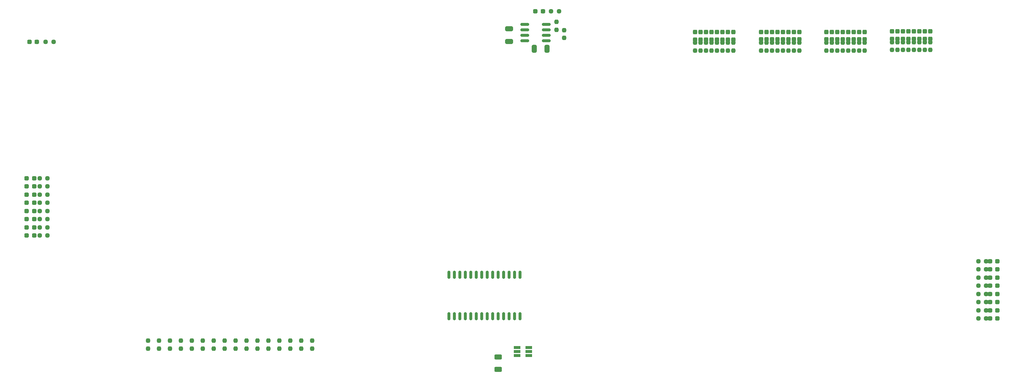
<source format=gbr>
%TF.GenerationSoftware,KiCad,Pcbnew,7.0.5*%
%TF.CreationDate,2024-08-20T05:02:14-04:00*%
%TF.ProjectId,processor_attempt_1,70726f63-6573-4736-9f72-5f617474656d,rev?*%
%TF.SameCoordinates,Original*%
%TF.FileFunction,Paste,Top*%
%TF.FilePolarity,Positive*%
%FSLAX46Y46*%
G04 Gerber Fmt 4.6, Leading zero omitted, Abs format (unit mm)*
G04 Created by KiCad (PCBNEW 7.0.5) date 2024-08-20 05:02:14*
%MOMM*%
%LPD*%
G01*
G04 APERTURE LIST*
G04 Aperture macros list*
%AMRoundRect*
0 Rectangle with rounded corners*
0 $1 Rounding radius*
0 $2 $3 $4 $5 $6 $7 $8 $9 X,Y pos of 4 corners*
0 Add a 4 corners polygon primitive as box body*
4,1,4,$2,$3,$4,$5,$6,$7,$8,$9,$2,$3,0*
0 Add four circle primitives for the rounded corners*
1,1,$1+$1,$2,$3*
1,1,$1+$1,$4,$5*
1,1,$1+$1,$6,$7*
1,1,$1+$1,$8,$9*
0 Add four rect primitives between the rounded corners*
20,1,$1+$1,$2,$3,$4,$5,0*
20,1,$1+$1,$4,$5,$6,$7,0*
20,1,$1+$1,$6,$7,$8,$9,0*
20,1,$1+$1,$8,$9,$2,$3,0*%
G04 Aperture macros list end*
%ADD10RoundRect,0.237500X-0.250000X-0.237500X0.250000X-0.237500X0.250000X0.237500X-0.250000X0.237500X0*%
%ADD11RoundRect,0.237500X-0.287500X-0.237500X0.287500X-0.237500X0.287500X0.237500X-0.287500X0.237500X0*%
%ADD12RoundRect,0.150000X-0.825000X-0.150000X0.825000X-0.150000X0.825000X0.150000X-0.825000X0.150000X0*%
%ADD13RoundRect,0.250000X0.625000X-0.312500X0.625000X0.312500X-0.625000X0.312500X-0.625000X-0.312500X0*%
%ADD14RoundRect,0.237500X-0.237500X0.250000X-0.237500X-0.250000X0.237500X-0.250000X0.237500X0.250000X0*%
%ADD15RoundRect,0.237500X-0.237500X0.287500X-0.237500X-0.287500X0.237500X-0.287500X0.237500X0.287500X0*%
%ADD16RoundRect,0.250000X-0.650000X0.325000X-0.650000X-0.325000X0.650000X-0.325000X0.650000X0.325000X0*%
%ADD17RoundRect,0.237500X0.250000X0.237500X-0.250000X0.237500X-0.250000X-0.237500X0.250000X-0.237500X0*%
%ADD18RoundRect,0.237500X0.237500X-0.250000X0.237500X0.250000X-0.237500X0.250000X-0.237500X-0.250000X0*%
%ADD19RoundRect,0.237500X0.287500X0.237500X-0.287500X0.237500X-0.287500X-0.237500X0.287500X-0.237500X0*%
%ADD20RoundRect,0.150000X0.150000X-0.750000X0.150000X0.750000X-0.150000X0.750000X-0.150000X-0.750000X0*%
%ADD21R,1.560000X0.650000*%
%ADD22RoundRect,0.250000X0.325000X0.650000X-0.325000X0.650000X-0.325000X-0.650000X0.325000X-0.650000X0*%
G04 APERTURE END LIST*
D10*
%TO.C,r140*%
X146915500Y-25908000D03*
X148740500Y-25908000D03*
%TD*%
D11*
%TO.C,D82*%
X143270000Y-25908000D03*
X145020000Y-25908000D03*
%TD*%
D12*
%TO.C,U1*%
X140843000Y-28956000D03*
X140843000Y-30226000D03*
X140843000Y-31496000D03*
X140843000Y-32766000D03*
X145793000Y-32766000D03*
X145793000Y-31496000D03*
X145793000Y-30226000D03*
X145793000Y-28956000D03*
%TD*%
D13*
%TO.C,5V_rsns1*%
X134620000Y-109285500D03*
X134620000Y-106360500D03*
%TD*%
D10*
%TO.C,r77*%
X28170500Y-68580000D03*
X29995500Y-68580000D03*
%TD*%
D14*
%TO.C,r107*%
X219710000Y-33250500D03*
X219710000Y-35075500D03*
%TD*%
D11*
%TO.C,D29*%
X25160000Y-72390000D03*
X26910000Y-72390000D03*
%TD*%
%TO.C,D26*%
X25160000Y-66675000D03*
X26910000Y-66675000D03*
%TD*%
D15*
%TO.C,D69*%
X200787000Y-32498000D03*
X200787000Y-30748000D03*
%TD*%
D14*
%TO.C,r108*%
X218440000Y-33250500D03*
X218440000Y-35075500D03*
%TD*%
D15*
%TO.C,D51*%
X217170000Y-32498000D03*
X217170000Y-30748000D03*
%TD*%
%TO.C,D70*%
X202057000Y-32498000D03*
X202057000Y-30748000D03*
%TD*%
D16*
%TO.C,C2*%
X137160000Y-32971000D03*
X137160000Y-30021000D03*
%TD*%
D15*
%TO.C,D66*%
X196977000Y-32498000D03*
X196977000Y-30748000D03*
%TD*%
D10*
%TO.C,r75*%
X28170500Y-64770000D03*
X29995500Y-64770000D03*
%TD*%
D14*
%TO.C,r118*%
X231140000Y-34948500D03*
X231140000Y-33123500D03*
%TD*%
%TO.C,r123*%
X195707000Y-35075500D03*
X195707000Y-33250500D03*
%TD*%
D15*
%TO.C,D71*%
X203327000Y-32498000D03*
X203327000Y-30748000D03*
%TD*%
D17*
%TO.C,r88*%
X247927500Y-93599000D03*
X246102500Y-93599000D03*
%TD*%
D14*
%TO.C,r122*%
X226060000Y-34948500D03*
X226060000Y-33123500D03*
%TD*%
%TO.C,r138*%
X189230000Y-35076948D03*
X189230000Y-33251948D03*
%TD*%
D18*
%TO.C,R13*%
X73660000Y-104417500D03*
X73660000Y-102592500D03*
%TD*%
D15*
%TO.C,D57*%
X234950000Y-32371000D03*
X234950000Y-30621000D03*
%TD*%
%TO.C,D65*%
X195707000Y-32498000D03*
X195707000Y-30748000D03*
%TD*%
%TO.C,D59*%
X232410000Y-32371000D03*
X232410000Y-30621000D03*
%TD*%
D14*
%TO.C,r121*%
X227330000Y-34948500D03*
X227330000Y-33123500D03*
%TD*%
D18*
%TO.C,R11*%
X78740000Y-104417500D03*
X78740000Y-102592500D03*
%TD*%
D19*
%TO.C,D40*%
X250557000Y-97409000D03*
X248807000Y-97409000D03*
%TD*%
D18*
%TO.C,R19*%
X68580000Y-104417500D03*
X68580000Y-102592500D03*
%TD*%
D15*
%TO.C,D77*%
X185420000Y-32499448D03*
X185420000Y-30749448D03*
%TD*%
%TO.C,D79*%
X187960000Y-32499448D03*
X187960000Y-30749448D03*
%TD*%
D18*
%TO.C,R20*%
X71120000Y-104417500D03*
X71120000Y-102592500D03*
%TD*%
D11*
%TO.C,D27*%
X25160000Y-68580000D03*
X26910000Y-68580000D03*
%TD*%
D19*
%TO.C,D37*%
X250557000Y-91694000D03*
X248807000Y-91694000D03*
%TD*%
D10*
%TO.C,r80*%
X28170500Y-74295000D03*
X29995500Y-74295000D03*
%TD*%
%TO.C,r81*%
X28170500Y-76200000D03*
X29995500Y-76200000D03*
%TD*%
D15*
%TO.C,D73*%
X180340000Y-32499448D03*
X180340000Y-30749448D03*
%TD*%
%TO.C,D75*%
X182880000Y-32499448D03*
X182880000Y-30749448D03*
%TD*%
%TO.C,D56*%
X210820000Y-32498000D03*
X210820000Y-30748000D03*
%TD*%
D11*
%TO.C,D32*%
X25160000Y-78105000D03*
X26910000Y-78105000D03*
%TD*%
D17*
%TO.C,r87*%
X247927500Y-91694000D03*
X246102500Y-91694000D03*
%TD*%
D11*
%TO.C,D81*%
X25795000Y-33020000D03*
X27545000Y-33020000D03*
%TD*%
D15*
%TO.C,D53*%
X214630000Y-32498000D03*
X214630000Y-30748000D03*
%TD*%
D18*
%TO.C,R14*%
X76200000Y-104417500D03*
X76200000Y-102592500D03*
%TD*%
D10*
%TO.C,r82*%
X28170500Y-78105000D03*
X29995500Y-78105000D03*
%TD*%
D14*
%TO.C,r129*%
X203327000Y-35075500D03*
X203327000Y-33250500D03*
%TD*%
%TO.C,r131*%
X180340000Y-35076948D03*
X180340000Y-33251948D03*
%TD*%
D20*
%TO.C,U46*%
X123190000Y-96875000D03*
X124460000Y-96875000D03*
X125730000Y-96875000D03*
X127000000Y-96875000D03*
X128270000Y-96875000D03*
X129540000Y-96875000D03*
X130810000Y-96875000D03*
X132080000Y-96875000D03*
X133350000Y-96875000D03*
X134620000Y-96875000D03*
X135890000Y-96875000D03*
X137160000Y-96875000D03*
X138430000Y-96875000D03*
X139700000Y-96875000D03*
X139700000Y-87275000D03*
X138430000Y-87275000D03*
X137160000Y-87275000D03*
X135890000Y-87275000D03*
X134620000Y-87275000D03*
X133350000Y-87275000D03*
X132080000Y-87275000D03*
X130810000Y-87275000D03*
X129540000Y-87275000D03*
X128270000Y-87275000D03*
X127000000Y-87275000D03*
X125730000Y-87275000D03*
X124460000Y-87275000D03*
X123190000Y-87275000D03*
%TD*%
D18*
%TO.C,R22*%
X66040000Y-104417500D03*
X66040000Y-102592500D03*
%TD*%
D15*
%TO.C,D64*%
X226060000Y-32371000D03*
X226060000Y-30621000D03*
%TD*%
D14*
%TO.C,r126*%
X199517000Y-35075500D03*
X199517000Y-33250500D03*
%TD*%
D19*
%TO.C,D35*%
X250557000Y-87884000D03*
X248807000Y-87884000D03*
%TD*%
D15*
%TO.C,D49*%
X219710000Y-32498000D03*
X219710000Y-30748000D03*
%TD*%
D19*
%TO.C,D34*%
X250557000Y-85979000D03*
X248807000Y-85979000D03*
%TD*%
D18*
%TO.C,R21*%
X63500000Y-104417500D03*
X63500000Y-102592500D03*
%TD*%
D14*
%TO.C,r128*%
X202057000Y-35075500D03*
X202057000Y-33250500D03*
%TD*%
D18*
%TO.C,R3*%
X83820000Y-104417500D03*
X83820000Y-102592500D03*
%TD*%
D14*
%TO.C,r111*%
X214630000Y-33250500D03*
X214630000Y-35075500D03*
%TD*%
D15*
%TO.C,D80*%
X189230000Y-32499448D03*
X189230000Y-30749448D03*
%TD*%
D17*
%TO.C,r90*%
X247927500Y-97409000D03*
X246102500Y-97409000D03*
%TD*%
D14*
%TO.C,R1*%
X148209000Y-28424500D03*
X148209000Y-30249500D03*
%TD*%
D15*
%TO.C,D58*%
X233680000Y-32371000D03*
X233680000Y-30621000D03*
%TD*%
D14*
%TO.C,r125*%
X198247000Y-35075500D03*
X198247000Y-33250500D03*
%TD*%
D15*
%TO.C,D55*%
X212090000Y-32498000D03*
X212090000Y-30748000D03*
%TD*%
D17*
%TO.C,r86*%
X247927500Y-89789000D03*
X246102500Y-89789000D03*
%TD*%
D15*
%TO.C,D76*%
X184150000Y-32499448D03*
X184150000Y-30749448D03*
%TD*%
D17*
%TO.C,r83*%
X247927500Y-84074000D03*
X246102500Y-84074000D03*
%TD*%
D15*
%TO.C,D62*%
X228600000Y-32371000D03*
X228600000Y-30621000D03*
%TD*%
D14*
%TO.C,r120*%
X228600000Y-34948500D03*
X228600000Y-33123500D03*
%TD*%
%TO.C,r132*%
X181610000Y-35076948D03*
X181610000Y-33251948D03*
%TD*%
D15*
%TO.C,D54*%
X213360000Y-32498000D03*
X213360000Y-30748000D03*
%TD*%
D21*
%TO.C,U61*%
X141765000Y-104140000D03*
X141765000Y-105090000D03*
X141765000Y-106040000D03*
X139065000Y-106040000D03*
X139065000Y-105090000D03*
X139065000Y-104140000D03*
%TD*%
D18*
%TO.C,R6*%
X86360000Y-104417500D03*
X86360000Y-102592500D03*
%TD*%
%TO.C,R4*%
X88900000Y-104417500D03*
X88900000Y-102592500D03*
%TD*%
D10*
%TO.C,r78*%
X28170500Y-70485000D03*
X29995500Y-70485000D03*
%TD*%
D19*
%TO.C,D39*%
X250557000Y-95504000D03*
X248807000Y-95504000D03*
%TD*%
D14*
%TO.C,r115*%
X234950000Y-34948500D03*
X234950000Y-33123500D03*
%TD*%
D15*
%TO.C,D61*%
X229870000Y-32371000D03*
X229870000Y-30621000D03*
%TD*%
D11*
%TO.C,D30*%
X25160000Y-74295000D03*
X26910000Y-74295000D03*
%TD*%
D22*
%TO.C,C1*%
X146001000Y-34671000D03*
X143051000Y-34671000D03*
%TD*%
D11*
%TO.C,D28*%
X25160000Y-70485000D03*
X26910000Y-70485000D03*
%TD*%
D19*
%TO.C,D36*%
X250557000Y-89789000D03*
X248807000Y-89789000D03*
%TD*%
D17*
%TO.C,r89*%
X247927500Y-95504000D03*
X246102500Y-95504000D03*
%TD*%
D18*
%TO.C,R7*%
X91440000Y-104417500D03*
X91440000Y-102592500D03*
%TD*%
D15*
%TO.C,D74*%
X181610000Y-32499448D03*
X181610000Y-30749448D03*
%TD*%
D18*
%TO.C,R28*%
X60960000Y-104417500D03*
X60960000Y-102592500D03*
%TD*%
D19*
%TO.C,D33*%
X250557000Y-84074000D03*
X248807000Y-84074000D03*
%TD*%
D14*
%TO.C,R2*%
X149987000Y-30329500D03*
X149987000Y-32154500D03*
%TD*%
%TO.C,r135*%
X185420000Y-35076948D03*
X185420000Y-33251948D03*
%TD*%
D17*
%TO.C,r85*%
X247927500Y-87884000D03*
X246102500Y-87884000D03*
%TD*%
D14*
%TO.C,r113*%
X212090000Y-33250500D03*
X212090000Y-35075500D03*
%TD*%
%TO.C,r127*%
X200787000Y-35075500D03*
X200787000Y-33250500D03*
%TD*%
D18*
%TO.C,R12*%
X81280000Y-104417500D03*
X81280000Y-102592500D03*
%TD*%
D14*
%TO.C,r117*%
X232410000Y-34948500D03*
X232410000Y-33123500D03*
%TD*%
%TO.C,r109*%
X217170000Y-33250500D03*
X217170000Y-35075500D03*
%TD*%
%TO.C,r136*%
X186690000Y-35076948D03*
X186690000Y-33251948D03*
%TD*%
D17*
%TO.C,r84*%
X247927500Y-85979000D03*
X246102500Y-85979000D03*
%TD*%
D14*
%TO.C,r124*%
X196977000Y-35075500D03*
X196977000Y-33250500D03*
%TD*%
%TO.C,r110*%
X215900000Y-33250500D03*
X215900000Y-35075500D03*
%TD*%
D15*
%TO.C,D72*%
X204597000Y-32498000D03*
X204597000Y-30748000D03*
%TD*%
%TO.C,D52*%
X215900000Y-32498000D03*
X215900000Y-30748000D03*
%TD*%
D14*
%TO.C,r137*%
X187960000Y-35076948D03*
X187960000Y-33251948D03*
%TD*%
D18*
%TO.C,R30*%
X55880000Y-104417500D03*
X55880000Y-102592500D03*
%TD*%
D15*
%TO.C,D63*%
X227330000Y-32371000D03*
X227330000Y-30621000D03*
%TD*%
D14*
%TO.C,r114*%
X210820000Y-33250500D03*
X210820000Y-35075500D03*
%TD*%
D15*
%TO.C,D67*%
X198247000Y-32498000D03*
X198247000Y-30748000D03*
%TD*%
D14*
%TO.C,r112*%
X213360000Y-33250500D03*
X213360000Y-35075500D03*
%TD*%
%TO.C,r134*%
X184150000Y-35076948D03*
X184150000Y-33251948D03*
%TD*%
D18*
%TO.C,R27*%
X58420000Y-104417500D03*
X58420000Y-102592500D03*
%TD*%
D10*
%TO.C,r79*%
X28170500Y-72390000D03*
X29995500Y-72390000D03*
%TD*%
D11*
%TO.C,D25*%
X25160000Y-64770000D03*
X26910000Y-64770000D03*
%TD*%
D10*
%TO.C,r139*%
X29567500Y-33020000D03*
X31392500Y-33020000D03*
%TD*%
D15*
%TO.C,D68*%
X199517000Y-32498000D03*
X199517000Y-30748000D03*
%TD*%
%TO.C,D60*%
X231140000Y-32371000D03*
X231140000Y-30621000D03*
%TD*%
D14*
%TO.C,r116*%
X233680000Y-34948500D03*
X233680000Y-33123500D03*
%TD*%
D15*
%TO.C,D50*%
X218440000Y-32498000D03*
X218440000Y-30748000D03*
%TD*%
D10*
%TO.C,r76*%
X28170500Y-66675000D03*
X29995500Y-66675000D03*
%TD*%
D14*
%TO.C,r130*%
X204597000Y-35075500D03*
X204597000Y-33250500D03*
%TD*%
D19*
%TO.C,D38*%
X250557000Y-93599000D03*
X248807000Y-93599000D03*
%TD*%
D14*
%TO.C,r133*%
X182880000Y-35076948D03*
X182880000Y-33251948D03*
%TD*%
D18*
%TO.C,R29*%
X53340000Y-104417500D03*
X53340000Y-102592500D03*
%TD*%
D14*
%TO.C,r119*%
X229870000Y-34948500D03*
X229870000Y-33123500D03*
%TD*%
D11*
%TO.C,D31*%
X25160000Y-76200000D03*
X26910000Y-76200000D03*
%TD*%
D15*
%TO.C,D78*%
X186690000Y-32499448D03*
X186690000Y-30749448D03*
%TD*%
M02*

</source>
